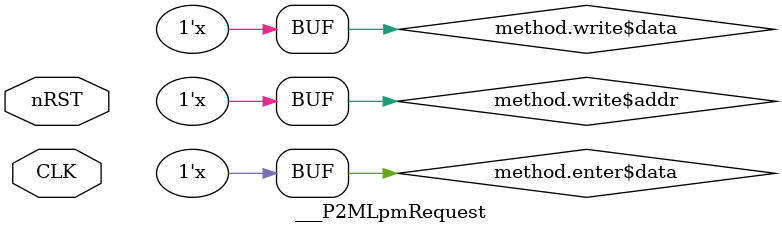
<source format=sv>
`include "atomicc.generated.vh"
`include "lpm.generated.vh"
`default_nettype none
module ___P2MLpmRequest (input wire CLK, input wire nRST,
    LpmRequest.client method,
    PipeIn.server pipe);
    // Extra assigments, not to output wires
    assign method.enter$data = pipe.enq$v[ ( (16 + 128) - 32-1 ) : ( ((16 + 128) - 32 - 32) ) ];
    assign method.enter__ENA = pipe.enq__ENA && ( pipe.enq$v[ ( ( 16 + 128 ) - 1 ) : ( ( 16 + 128 ) - 16 ) ] == 16'd0 );
    assign method.write$addr = pipe.enq$v[ ( (16 + 128) - 32-1 ) : ( ((16 + 128) - 32 - 32) ) ];
    assign method.write$data = pipe.enq$v[ ( ((16 + 128) - 32 - 32)-1 ) : ( (((16 + 128) - 32 - 32) - 32) ) ];
    assign method.write__ENA = pipe.enq__ENA && ( pipe.enq$v[ ( ( 16 + 128 ) - 1 ) : ( ( 16 + 128 ) - 16 ) ] == 16'd1 );
    assign pipe.enq__RDY = ( method.enter__RDY && ( method.write__RDY || ( pipe.enq$v[ ( ( 16 + 128 ) - 1 ) : ( ( 16 + 128 ) - 16 ) ] != 16'd1 ) ) ) || ( ( !method.enter__RDY ) && ( ( !method.write__RDY ) || ( pipe.enq$v[ ( ( 16 + 128 ) - 1 ) : ( ( 16 + 128 ) - 16 ) ] != 16'd0 ) ) && ( method.write__RDY || ( ( pipe.enq$v[ ( ( 16 + 128 ) - 1 ) : ( ( 16 + 128 ) - 16 ) ] != 16'd1 ) && ( pipe.enq$v[ ( ( 16 + 128 ) - 1 ) : ( ( 16 + 128 ) - 16 ) ] != 16'd0 ) ) ) );
endmodule

`default_nettype wire    // set back to default value

</source>
